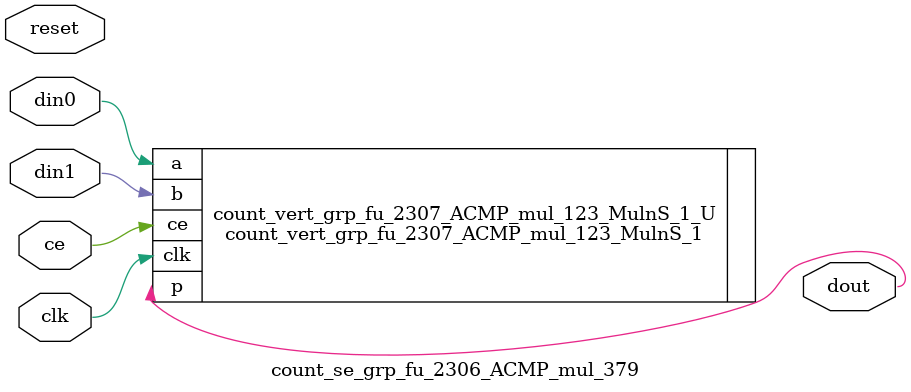
<source format=v>

`timescale 1 ns / 1 ps
module count_se_grp_fu_2306_ACMP_mul_379(
    clk,
    reset,
    ce,
    din0,
    din1,
    dout);

parameter ID = 32'd1;
parameter NUM_STAGE = 32'd1;
parameter din0_WIDTH = 32'd1;
parameter din1_WIDTH = 32'd1;
parameter dout_WIDTH = 32'd1;
input clk;
input reset;
input ce;
input[din0_WIDTH - 1:0] din0;
input[din1_WIDTH - 1:0] din1;
output[dout_WIDTH - 1:0] dout;



count_vert_grp_fu_2307_ACMP_mul_123_MulnS_1 count_vert_grp_fu_2307_ACMP_mul_123_MulnS_1_U(
    .clk( clk ),
    .ce( ce ),
    .a( din0 ),
    .b( din1 ),
    .p( dout ));

endmodule

</source>
